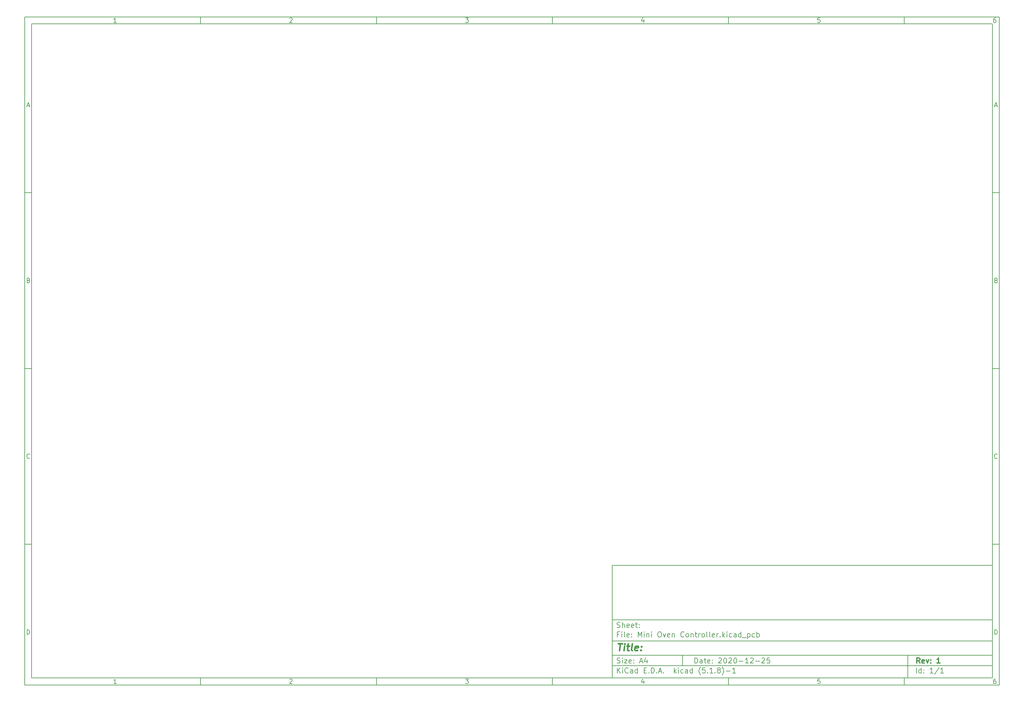
<source format=gbr>
G04 #@! TF.GenerationSoftware,KiCad,Pcbnew,(5.1.8)-1*
G04 #@! TF.CreationDate,2021-02-06T17:47:37+00:00*
G04 #@! TF.ProjectId,Mini Oven Controller,4d696e69-204f-4766-956e-20436f6e7472,1*
G04 #@! TF.SameCoordinates,Original*
G04 #@! TF.FileFunction,Legend,Bot*
G04 #@! TF.FilePolarity,Positive*
%FSLAX46Y46*%
G04 Gerber Fmt 4.6, Leading zero omitted, Abs format (unit mm)*
G04 Created by KiCad (PCBNEW (5.1.8)-1) date 2021-02-06 17:47:37*
%MOMM*%
%LPD*%
G01*
G04 APERTURE LIST*
%ADD10C,0.100000*%
%ADD11C,0.150000*%
%ADD12C,0.300000*%
%ADD13C,0.400000*%
G04 APERTURE END LIST*
D10*
D11*
X177002200Y-166007200D02*
X177002200Y-198007200D01*
X285002200Y-198007200D01*
X285002200Y-166007200D01*
X177002200Y-166007200D01*
D10*
D11*
X10000000Y-10000000D02*
X10000000Y-200007200D01*
X287002200Y-200007200D01*
X287002200Y-10000000D01*
X10000000Y-10000000D01*
D10*
D11*
X12000000Y-12000000D02*
X12000000Y-198007200D01*
X285002200Y-198007200D01*
X285002200Y-12000000D01*
X12000000Y-12000000D01*
D10*
D11*
X60000000Y-12000000D02*
X60000000Y-10000000D01*
D10*
D11*
X110000000Y-12000000D02*
X110000000Y-10000000D01*
D10*
D11*
X160000000Y-12000000D02*
X160000000Y-10000000D01*
D10*
D11*
X210000000Y-12000000D02*
X210000000Y-10000000D01*
D10*
D11*
X260000000Y-12000000D02*
X260000000Y-10000000D01*
D10*
D11*
X36065476Y-11588095D02*
X35322619Y-11588095D01*
X35694047Y-11588095D02*
X35694047Y-10288095D01*
X35570238Y-10473809D01*
X35446428Y-10597619D01*
X35322619Y-10659523D01*
D10*
D11*
X85322619Y-10411904D02*
X85384523Y-10350000D01*
X85508333Y-10288095D01*
X85817857Y-10288095D01*
X85941666Y-10350000D01*
X86003571Y-10411904D01*
X86065476Y-10535714D01*
X86065476Y-10659523D01*
X86003571Y-10845238D01*
X85260714Y-11588095D01*
X86065476Y-11588095D01*
D10*
D11*
X135260714Y-10288095D02*
X136065476Y-10288095D01*
X135632142Y-10783333D01*
X135817857Y-10783333D01*
X135941666Y-10845238D01*
X136003571Y-10907142D01*
X136065476Y-11030952D01*
X136065476Y-11340476D01*
X136003571Y-11464285D01*
X135941666Y-11526190D01*
X135817857Y-11588095D01*
X135446428Y-11588095D01*
X135322619Y-11526190D01*
X135260714Y-11464285D01*
D10*
D11*
X185941666Y-10721428D02*
X185941666Y-11588095D01*
X185632142Y-10226190D02*
X185322619Y-11154761D01*
X186127380Y-11154761D01*
D10*
D11*
X236003571Y-10288095D02*
X235384523Y-10288095D01*
X235322619Y-10907142D01*
X235384523Y-10845238D01*
X235508333Y-10783333D01*
X235817857Y-10783333D01*
X235941666Y-10845238D01*
X236003571Y-10907142D01*
X236065476Y-11030952D01*
X236065476Y-11340476D01*
X236003571Y-11464285D01*
X235941666Y-11526190D01*
X235817857Y-11588095D01*
X235508333Y-11588095D01*
X235384523Y-11526190D01*
X235322619Y-11464285D01*
D10*
D11*
X285941666Y-10288095D02*
X285694047Y-10288095D01*
X285570238Y-10350000D01*
X285508333Y-10411904D01*
X285384523Y-10597619D01*
X285322619Y-10845238D01*
X285322619Y-11340476D01*
X285384523Y-11464285D01*
X285446428Y-11526190D01*
X285570238Y-11588095D01*
X285817857Y-11588095D01*
X285941666Y-11526190D01*
X286003571Y-11464285D01*
X286065476Y-11340476D01*
X286065476Y-11030952D01*
X286003571Y-10907142D01*
X285941666Y-10845238D01*
X285817857Y-10783333D01*
X285570238Y-10783333D01*
X285446428Y-10845238D01*
X285384523Y-10907142D01*
X285322619Y-11030952D01*
D10*
D11*
X60000000Y-198007200D02*
X60000000Y-200007200D01*
D10*
D11*
X110000000Y-198007200D02*
X110000000Y-200007200D01*
D10*
D11*
X160000000Y-198007200D02*
X160000000Y-200007200D01*
D10*
D11*
X210000000Y-198007200D02*
X210000000Y-200007200D01*
D10*
D11*
X260000000Y-198007200D02*
X260000000Y-200007200D01*
D10*
D11*
X36065476Y-199595295D02*
X35322619Y-199595295D01*
X35694047Y-199595295D02*
X35694047Y-198295295D01*
X35570238Y-198481009D01*
X35446428Y-198604819D01*
X35322619Y-198666723D01*
D10*
D11*
X85322619Y-198419104D02*
X85384523Y-198357200D01*
X85508333Y-198295295D01*
X85817857Y-198295295D01*
X85941666Y-198357200D01*
X86003571Y-198419104D01*
X86065476Y-198542914D01*
X86065476Y-198666723D01*
X86003571Y-198852438D01*
X85260714Y-199595295D01*
X86065476Y-199595295D01*
D10*
D11*
X135260714Y-198295295D02*
X136065476Y-198295295D01*
X135632142Y-198790533D01*
X135817857Y-198790533D01*
X135941666Y-198852438D01*
X136003571Y-198914342D01*
X136065476Y-199038152D01*
X136065476Y-199347676D01*
X136003571Y-199471485D01*
X135941666Y-199533390D01*
X135817857Y-199595295D01*
X135446428Y-199595295D01*
X135322619Y-199533390D01*
X135260714Y-199471485D01*
D10*
D11*
X185941666Y-198728628D02*
X185941666Y-199595295D01*
X185632142Y-198233390D02*
X185322619Y-199161961D01*
X186127380Y-199161961D01*
D10*
D11*
X236003571Y-198295295D02*
X235384523Y-198295295D01*
X235322619Y-198914342D01*
X235384523Y-198852438D01*
X235508333Y-198790533D01*
X235817857Y-198790533D01*
X235941666Y-198852438D01*
X236003571Y-198914342D01*
X236065476Y-199038152D01*
X236065476Y-199347676D01*
X236003571Y-199471485D01*
X235941666Y-199533390D01*
X235817857Y-199595295D01*
X235508333Y-199595295D01*
X235384523Y-199533390D01*
X235322619Y-199471485D01*
D10*
D11*
X285941666Y-198295295D02*
X285694047Y-198295295D01*
X285570238Y-198357200D01*
X285508333Y-198419104D01*
X285384523Y-198604819D01*
X285322619Y-198852438D01*
X285322619Y-199347676D01*
X285384523Y-199471485D01*
X285446428Y-199533390D01*
X285570238Y-199595295D01*
X285817857Y-199595295D01*
X285941666Y-199533390D01*
X286003571Y-199471485D01*
X286065476Y-199347676D01*
X286065476Y-199038152D01*
X286003571Y-198914342D01*
X285941666Y-198852438D01*
X285817857Y-198790533D01*
X285570238Y-198790533D01*
X285446428Y-198852438D01*
X285384523Y-198914342D01*
X285322619Y-199038152D01*
D10*
D11*
X10000000Y-60000000D02*
X12000000Y-60000000D01*
D10*
D11*
X10000000Y-110000000D02*
X12000000Y-110000000D01*
D10*
D11*
X10000000Y-160000000D02*
X12000000Y-160000000D01*
D10*
D11*
X10690476Y-35216666D02*
X11309523Y-35216666D01*
X10566666Y-35588095D02*
X11000000Y-34288095D01*
X11433333Y-35588095D01*
D10*
D11*
X11092857Y-84907142D02*
X11278571Y-84969047D01*
X11340476Y-85030952D01*
X11402380Y-85154761D01*
X11402380Y-85340476D01*
X11340476Y-85464285D01*
X11278571Y-85526190D01*
X11154761Y-85588095D01*
X10659523Y-85588095D01*
X10659523Y-84288095D01*
X11092857Y-84288095D01*
X11216666Y-84350000D01*
X11278571Y-84411904D01*
X11340476Y-84535714D01*
X11340476Y-84659523D01*
X11278571Y-84783333D01*
X11216666Y-84845238D01*
X11092857Y-84907142D01*
X10659523Y-84907142D01*
D10*
D11*
X11402380Y-135464285D02*
X11340476Y-135526190D01*
X11154761Y-135588095D01*
X11030952Y-135588095D01*
X10845238Y-135526190D01*
X10721428Y-135402380D01*
X10659523Y-135278571D01*
X10597619Y-135030952D01*
X10597619Y-134845238D01*
X10659523Y-134597619D01*
X10721428Y-134473809D01*
X10845238Y-134350000D01*
X11030952Y-134288095D01*
X11154761Y-134288095D01*
X11340476Y-134350000D01*
X11402380Y-134411904D01*
D10*
D11*
X10659523Y-185588095D02*
X10659523Y-184288095D01*
X10969047Y-184288095D01*
X11154761Y-184350000D01*
X11278571Y-184473809D01*
X11340476Y-184597619D01*
X11402380Y-184845238D01*
X11402380Y-185030952D01*
X11340476Y-185278571D01*
X11278571Y-185402380D01*
X11154761Y-185526190D01*
X10969047Y-185588095D01*
X10659523Y-185588095D01*
D10*
D11*
X287002200Y-60000000D02*
X285002200Y-60000000D01*
D10*
D11*
X287002200Y-110000000D02*
X285002200Y-110000000D01*
D10*
D11*
X287002200Y-160000000D02*
X285002200Y-160000000D01*
D10*
D11*
X285692676Y-35216666D02*
X286311723Y-35216666D01*
X285568866Y-35588095D02*
X286002200Y-34288095D01*
X286435533Y-35588095D01*
D10*
D11*
X286095057Y-84907142D02*
X286280771Y-84969047D01*
X286342676Y-85030952D01*
X286404580Y-85154761D01*
X286404580Y-85340476D01*
X286342676Y-85464285D01*
X286280771Y-85526190D01*
X286156961Y-85588095D01*
X285661723Y-85588095D01*
X285661723Y-84288095D01*
X286095057Y-84288095D01*
X286218866Y-84350000D01*
X286280771Y-84411904D01*
X286342676Y-84535714D01*
X286342676Y-84659523D01*
X286280771Y-84783333D01*
X286218866Y-84845238D01*
X286095057Y-84907142D01*
X285661723Y-84907142D01*
D10*
D11*
X286404580Y-135464285D02*
X286342676Y-135526190D01*
X286156961Y-135588095D01*
X286033152Y-135588095D01*
X285847438Y-135526190D01*
X285723628Y-135402380D01*
X285661723Y-135278571D01*
X285599819Y-135030952D01*
X285599819Y-134845238D01*
X285661723Y-134597619D01*
X285723628Y-134473809D01*
X285847438Y-134350000D01*
X286033152Y-134288095D01*
X286156961Y-134288095D01*
X286342676Y-134350000D01*
X286404580Y-134411904D01*
D10*
D11*
X285661723Y-185588095D02*
X285661723Y-184288095D01*
X285971247Y-184288095D01*
X286156961Y-184350000D01*
X286280771Y-184473809D01*
X286342676Y-184597619D01*
X286404580Y-184845238D01*
X286404580Y-185030952D01*
X286342676Y-185278571D01*
X286280771Y-185402380D01*
X286156961Y-185526190D01*
X285971247Y-185588095D01*
X285661723Y-185588095D01*
D10*
D11*
X200434342Y-193785771D02*
X200434342Y-192285771D01*
X200791485Y-192285771D01*
X201005771Y-192357200D01*
X201148628Y-192500057D01*
X201220057Y-192642914D01*
X201291485Y-192928628D01*
X201291485Y-193142914D01*
X201220057Y-193428628D01*
X201148628Y-193571485D01*
X201005771Y-193714342D01*
X200791485Y-193785771D01*
X200434342Y-193785771D01*
X202577200Y-193785771D02*
X202577200Y-193000057D01*
X202505771Y-192857200D01*
X202362914Y-192785771D01*
X202077200Y-192785771D01*
X201934342Y-192857200D01*
X202577200Y-193714342D02*
X202434342Y-193785771D01*
X202077200Y-193785771D01*
X201934342Y-193714342D01*
X201862914Y-193571485D01*
X201862914Y-193428628D01*
X201934342Y-193285771D01*
X202077200Y-193214342D01*
X202434342Y-193214342D01*
X202577200Y-193142914D01*
X203077200Y-192785771D02*
X203648628Y-192785771D01*
X203291485Y-192285771D02*
X203291485Y-193571485D01*
X203362914Y-193714342D01*
X203505771Y-193785771D01*
X203648628Y-193785771D01*
X204720057Y-193714342D02*
X204577200Y-193785771D01*
X204291485Y-193785771D01*
X204148628Y-193714342D01*
X204077200Y-193571485D01*
X204077200Y-193000057D01*
X204148628Y-192857200D01*
X204291485Y-192785771D01*
X204577200Y-192785771D01*
X204720057Y-192857200D01*
X204791485Y-193000057D01*
X204791485Y-193142914D01*
X204077200Y-193285771D01*
X205434342Y-193642914D02*
X205505771Y-193714342D01*
X205434342Y-193785771D01*
X205362914Y-193714342D01*
X205434342Y-193642914D01*
X205434342Y-193785771D01*
X205434342Y-192857200D02*
X205505771Y-192928628D01*
X205434342Y-193000057D01*
X205362914Y-192928628D01*
X205434342Y-192857200D01*
X205434342Y-193000057D01*
X207220057Y-192428628D02*
X207291485Y-192357200D01*
X207434342Y-192285771D01*
X207791485Y-192285771D01*
X207934342Y-192357200D01*
X208005771Y-192428628D01*
X208077200Y-192571485D01*
X208077200Y-192714342D01*
X208005771Y-192928628D01*
X207148628Y-193785771D01*
X208077200Y-193785771D01*
X209005771Y-192285771D02*
X209148628Y-192285771D01*
X209291485Y-192357200D01*
X209362914Y-192428628D01*
X209434342Y-192571485D01*
X209505771Y-192857200D01*
X209505771Y-193214342D01*
X209434342Y-193500057D01*
X209362914Y-193642914D01*
X209291485Y-193714342D01*
X209148628Y-193785771D01*
X209005771Y-193785771D01*
X208862914Y-193714342D01*
X208791485Y-193642914D01*
X208720057Y-193500057D01*
X208648628Y-193214342D01*
X208648628Y-192857200D01*
X208720057Y-192571485D01*
X208791485Y-192428628D01*
X208862914Y-192357200D01*
X209005771Y-192285771D01*
X210077200Y-192428628D02*
X210148628Y-192357200D01*
X210291485Y-192285771D01*
X210648628Y-192285771D01*
X210791485Y-192357200D01*
X210862914Y-192428628D01*
X210934342Y-192571485D01*
X210934342Y-192714342D01*
X210862914Y-192928628D01*
X210005771Y-193785771D01*
X210934342Y-193785771D01*
X211862914Y-192285771D02*
X212005771Y-192285771D01*
X212148628Y-192357200D01*
X212220057Y-192428628D01*
X212291485Y-192571485D01*
X212362914Y-192857200D01*
X212362914Y-193214342D01*
X212291485Y-193500057D01*
X212220057Y-193642914D01*
X212148628Y-193714342D01*
X212005771Y-193785771D01*
X211862914Y-193785771D01*
X211720057Y-193714342D01*
X211648628Y-193642914D01*
X211577200Y-193500057D01*
X211505771Y-193214342D01*
X211505771Y-192857200D01*
X211577200Y-192571485D01*
X211648628Y-192428628D01*
X211720057Y-192357200D01*
X211862914Y-192285771D01*
X213005771Y-193214342D02*
X214148628Y-193214342D01*
X215648628Y-193785771D02*
X214791485Y-193785771D01*
X215220057Y-193785771D02*
X215220057Y-192285771D01*
X215077200Y-192500057D01*
X214934342Y-192642914D01*
X214791485Y-192714342D01*
X216220057Y-192428628D02*
X216291485Y-192357200D01*
X216434342Y-192285771D01*
X216791485Y-192285771D01*
X216934342Y-192357200D01*
X217005771Y-192428628D01*
X217077200Y-192571485D01*
X217077200Y-192714342D01*
X217005771Y-192928628D01*
X216148628Y-193785771D01*
X217077200Y-193785771D01*
X217720057Y-193214342D02*
X218862914Y-193214342D01*
X219505771Y-192428628D02*
X219577200Y-192357200D01*
X219720057Y-192285771D01*
X220077200Y-192285771D01*
X220220057Y-192357200D01*
X220291485Y-192428628D01*
X220362914Y-192571485D01*
X220362914Y-192714342D01*
X220291485Y-192928628D01*
X219434342Y-193785771D01*
X220362914Y-193785771D01*
X221720057Y-192285771D02*
X221005771Y-192285771D01*
X220934342Y-193000057D01*
X221005771Y-192928628D01*
X221148628Y-192857200D01*
X221505771Y-192857200D01*
X221648628Y-192928628D01*
X221720057Y-193000057D01*
X221791485Y-193142914D01*
X221791485Y-193500057D01*
X221720057Y-193642914D01*
X221648628Y-193714342D01*
X221505771Y-193785771D01*
X221148628Y-193785771D01*
X221005771Y-193714342D01*
X220934342Y-193642914D01*
D10*
D11*
X177002200Y-194507200D02*
X285002200Y-194507200D01*
D10*
D11*
X178434342Y-196585771D02*
X178434342Y-195085771D01*
X179291485Y-196585771D02*
X178648628Y-195728628D01*
X179291485Y-195085771D02*
X178434342Y-195942914D01*
X179934342Y-196585771D02*
X179934342Y-195585771D01*
X179934342Y-195085771D02*
X179862914Y-195157200D01*
X179934342Y-195228628D01*
X180005771Y-195157200D01*
X179934342Y-195085771D01*
X179934342Y-195228628D01*
X181505771Y-196442914D02*
X181434342Y-196514342D01*
X181220057Y-196585771D01*
X181077200Y-196585771D01*
X180862914Y-196514342D01*
X180720057Y-196371485D01*
X180648628Y-196228628D01*
X180577200Y-195942914D01*
X180577200Y-195728628D01*
X180648628Y-195442914D01*
X180720057Y-195300057D01*
X180862914Y-195157200D01*
X181077200Y-195085771D01*
X181220057Y-195085771D01*
X181434342Y-195157200D01*
X181505771Y-195228628D01*
X182791485Y-196585771D02*
X182791485Y-195800057D01*
X182720057Y-195657200D01*
X182577200Y-195585771D01*
X182291485Y-195585771D01*
X182148628Y-195657200D01*
X182791485Y-196514342D02*
X182648628Y-196585771D01*
X182291485Y-196585771D01*
X182148628Y-196514342D01*
X182077200Y-196371485D01*
X182077200Y-196228628D01*
X182148628Y-196085771D01*
X182291485Y-196014342D01*
X182648628Y-196014342D01*
X182791485Y-195942914D01*
X184148628Y-196585771D02*
X184148628Y-195085771D01*
X184148628Y-196514342D02*
X184005771Y-196585771D01*
X183720057Y-196585771D01*
X183577200Y-196514342D01*
X183505771Y-196442914D01*
X183434342Y-196300057D01*
X183434342Y-195871485D01*
X183505771Y-195728628D01*
X183577200Y-195657200D01*
X183720057Y-195585771D01*
X184005771Y-195585771D01*
X184148628Y-195657200D01*
X186005771Y-195800057D02*
X186505771Y-195800057D01*
X186720057Y-196585771D02*
X186005771Y-196585771D01*
X186005771Y-195085771D01*
X186720057Y-195085771D01*
X187362914Y-196442914D02*
X187434342Y-196514342D01*
X187362914Y-196585771D01*
X187291485Y-196514342D01*
X187362914Y-196442914D01*
X187362914Y-196585771D01*
X188077200Y-196585771D02*
X188077200Y-195085771D01*
X188434342Y-195085771D01*
X188648628Y-195157200D01*
X188791485Y-195300057D01*
X188862914Y-195442914D01*
X188934342Y-195728628D01*
X188934342Y-195942914D01*
X188862914Y-196228628D01*
X188791485Y-196371485D01*
X188648628Y-196514342D01*
X188434342Y-196585771D01*
X188077200Y-196585771D01*
X189577200Y-196442914D02*
X189648628Y-196514342D01*
X189577200Y-196585771D01*
X189505771Y-196514342D01*
X189577200Y-196442914D01*
X189577200Y-196585771D01*
X190220057Y-196157200D02*
X190934342Y-196157200D01*
X190077200Y-196585771D02*
X190577200Y-195085771D01*
X191077200Y-196585771D01*
X191577200Y-196442914D02*
X191648628Y-196514342D01*
X191577200Y-196585771D01*
X191505771Y-196514342D01*
X191577200Y-196442914D01*
X191577200Y-196585771D01*
X194577200Y-196585771D02*
X194577200Y-195085771D01*
X194720057Y-196014342D02*
X195148628Y-196585771D01*
X195148628Y-195585771D02*
X194577200Y-196157200D01*
X195791485Y-196585771D02*
X195791485Y-195585771D01*
X195791485Y-195085771D02*
X195720057Y-195157200D01*
X195791485Y-195228628D01*
X195862914Y-195157200D01*
X195791485Y-195085771D01*
X195791485Y-195228628D01*
X197148628Y-196514342D02*
X197005771Y-196585771D01*
X196720057Y-196585771D01*
X196577200Y-196514342D01*
X196505771Y-196442914D01*
X196434342Y-196300057D01*
X196434342Y-195871485D01*
X196505771Y-195728628D01*
X196577200Y-195657200D01*
X196720057Y-195585771D01*
X197005771Y-195585771D01*
X197148628Y-195657200D01*
X198434342Y-196585771D02*
X198434342Y-195800057D01*
X198362914Y-195657200D01*
X198220057Y-195585771D01*
X197934342Y-195585771D01*
X197791485Y-195657200D01*
X198434342Y-196514342D02*
X198291485Y-196585771D01*
X197934342Y-196585771D01*
X197791485Y-196514342D01*
X197720057Y-196371485D01*
X197720057Y-196228628D01*
X197791485Y-196085771D01*
X197934342Y-196014342D01*
X198291485Y-196014342D01*
X198434342Y-195942914D01*
X199791485Y-196585771D02*
X199791485Y-195085771D01*
X199791485Y-196514342D02*
X199648628Y-196585771D01*
X199362914Y-196585771D01*
X199220057Y-196514342D01*
X199148628Y-196442914D01*
X199077200Y-196300057D01*
X199077200Y-195871485D01*
X199148628Y-195728628D01*
X199220057Y-195657200D01*
X199362914Y-195585771D01*
X199648628Y-195585771D01*
X199791485Y-195657200D01*
X202077200Y-197157200D02*
X202005771Y-197085771D01*
X201862914Y-196871485D01*
X201791485Y-196728628D01*
X201720057Y-196514342D01*
X201648628Y-196157200D01*
X201648628Y-195871485D01*
X201720057Y-195514342D01*
X201791485Y-195300057D01*
X201862914Y-195157200D01*
X202005771Y-194942914D01*
X202077200Y-194871485D01*
X203362914Y-195085771D02*
X202648628Y-195085771D01*
X202577200Y-195800057D01*
X202648628Y-195728628D01*
X202791485Y-195657200D01*
X203148628Y-195657200D01*
X203291485Y-195728628D01*
X203362914Y-195800057D01*
X203434342Y-195942914D01*
X203434342Y-196300057D01*
X203362914Y-196442914D01*
X203291485Y-196514342D01*
X203148628Y-196585771D01*
X202791485Y-196585771D01*
X202648628Y-196514342D01*
X202577200Y-196442914D01*
X204077200Y-196442914D02*
X204148628Y-196514342D01*
X204077200Y-196585771D01*
X204005771Y-196514342D01*
X204077200Y-196442914D01*
X204077200Y-196585771D01*
X205577200Y-196585771D02*
X204720057Y-196585771D01*
X205148628Y-196585771D02*
X205148628Y-195085771D01*
X205005771Y-195300057D01*
X204862914Y-195442914D01*
X204720057Y-195514342D01*
X206220057Y-196442914D02*
X206291485Y-196514342D01*
X206220057Y-196585771D01*
X206148628Y-196514342D01*
X206220057Y-196442914D01*
X206220057Y-196585771D01*
X207148628Y-195728628D02*
X207005771Y-195657200D01*
X206934342Y-195585771D01*
X206862914Y-195442914D01*
X206862914Y-195371485D01*
X206934342Y-195228628D01*
X207005771Y-195157200D01*
X207148628Y-195085771D01*
X207434342Y-195085771D01*
X207577200Y-195157200D01*
X207648628Y-195228628D01*
X207720057Y-195371485D01*
X207720057Y-195442914D01*
X207648628Y-195585771D01*
X207577200Y-195657200D01*
X207434342Y-195728628D01*
X207148628Y-195728628D01*
X207005771Y-195800057D01*
X206934342Y-195871485D01*
X206862914Y-196014342D01*
X206862914Y-196300057D01*
X206934342Y-196442914D01*
X207005771Y-196514342D01*
X207148628Y-196585771D01*
X207434342Y-196585771D01*
X207577200Y-196514342D01*
X207648628Y-196442914D01*
X207720057Y-196300057D01*
X207720057Y-196014342D01*
X207648628Y-195871485D01*
X207577200Y-195800057D01*
X207434342Y-195728628D01*
X208220057Y-197157200D02*
X208291485Y-197085771D01*
X208434342Y-196871485D01*
X208505771Y-196728628D01*
X208577200Y-196514342D01*
X208648628Y-196157200D01*
X208648628Y-195871485D01*
X208577200Y-195514342D01*
X208505771Y-195300057D01*
X208434342Y-195157200D01*
X208291485Y-194942914D01*
X208220057Y-194871485D01*
X209362914Y-196014342D02*
X210505771Y-196014342D01*
X212005771Y-196585771D02*
X211148628Y-196585771D01*
X211577200Y-196585771D02*
X211577200Y-195085771D01*
X211434342Y-195300057D01*
X211291485Y-195442914D01*
X211148628Y-195514342D01*
D10*
D11*
X177002200Y-191507200D02*
X285002200Y-191507200D01*
D10*
D12*
X264411485Y-193785771D02*
X263911485Y-193071485D01*
X263554342Y-193785771D02*
X263554342Y-192285771D01*
X264125771Y-192285771D01*
X264268628Y-192357200D01*
X264340057Y-192428628D01*
X264411485Y-192571485D01*
X264411485Y-192785771D01*
X264340057Y-192928628D01*
X264268628Y-193000057D01*
X264125771Y-193071485D01*
X263554342Y-193071485D01*
X265625771Y-193714342D02*
X265482914Y-193785771D01*
X265197200Y-193785771D01*
X265054342Y-193714342D01*
X264982914Y-193571485D01*
X264982914Y-193000057D01*
X265054342Y-192857200D01*
X265197200Y-192785771D01*
X265482914Y-192785771D01*
X265625771Y-192857200D01*
X265697200Y-193000057D01*
X265697200Y-193142914D01*
X264982914Y-193285771D01*
X266197200Y-192785771D02*
X266554342Y-193785771D01*
X266911485Y-192785771D01*
X267482914Y-193642914D02*
X267554342Y-193714342D01*
X267482914Y-193785771D01*
X267411485Y-193714342D01*
X267482914Y-193642914D01*
X267482914Y-193785771D01*
X267482914Y-192857200D02*
X267554342Y-192928628D01*
X267482914Y-193000057D01*
X267411485Y-192928628D01*
X267482914Y-192857200D01*
X267482914Y-193000057D01*
X270125771Y-193785771D02*
X269268628Y-193785771D01*
X269697200Y-193785771D02*
X269697200Y-192285771D01*
X269554342Y-192500057D01*
X269411485Y-192642914D01*
X269268628Y-192714342D01*
D10*
D11*
X178362914Y-193714342D02*
X178577200Y-193785771D01*
X178934342Y-193785771D01*
X179077200Y-193714342D01*
X179148628Y-193642914D01*
X179220057Y-193500057D01*
X179220057Y-193357200D01*
X179148628Y-193214342D01*
X179077200Y-193142914D01*
X178934342Y-193071485D01*
X178648628Y-193000057D01*
X178505771Y-192928628D01*
X178434342Y-192857200D01*
X178362914Y-192714342D01*
X178362914Y-192571485D01*
X178434342Y-192428628D01*
X178505771Y-192357200D01*
X178648628Y-192285771D01*
X179005771Y-192285771D01*
X179220057Y-192357200D01*
X179862914Y-193785771D02*
X179862914Y-192785771D01*
X179862914Y-192285771D02*
X179791485Y-192357200D01*
X179862914Y-192428628D01*
X179934342Y-192357200D01*
X179862914Y-192285771D01*
X179862914Y-192428628D01*
X180434342Y-192785771D02*
X181220057Y-192785771D01*
X180434342Y-193785771D01*
X181220057Y-193785771D01*
X182362914Y-193714342D02*
X182220057Y-193785771D01*
X181934342Y-193785771D01*
X181791485Y-193714342D01*
X181720057Y-193571485D01*
X181720057Y-193000057D01*
X181791485Y-192857200D01*
X181934342Y-192785771D01*
X182220057Y-192785771D01*
X182362914Y-192857200D01*
X182434342Y-193000057D01*
X182434342Y-193142914D01*
X181720057Y-193285771D01*
X183077200Y-193642914D02*
X183148628Y-193714342D01*
X183077200Y-193785771D01*
X183005771Y-193714342D01*
X183077200Y-193642914D01*
X183077200Y-193785771D01*
X183077200Y-192857200D02*
X183148628Y-192928628D01*
X183077200Y-193000057D01*
X183005771Y-192928628D01*
X183077200Y-192857200D01*
X183077200Y-193000057D01*
X184862914Y-193357200D02*
X185577200Y-193357200D01*
X184720057Y-193785771D02*
X185220057Y-192285771D01*
X185720057Y-193785771D01*
X186862914Y-192785771D02*
X186862914Y-193785771D01*
X186505771Y-192214342D02*
X186148628Y-193285771D01*
X187077200Y-193285771D01*
D10*
D11*
X263434342Y-196585771D02*
X263434342Y-195085771D01*
X264791485Y-196585771D02*
X264791485Y-195085771D01*
X264791485Y-196514342D02*
X264648628Y-196585771D01*
X264362914Y-196585771D01*
X264220057Y-196514342D01*
X264148628Y-196442914D01*
X264077200Y-196300057D01*
X264077200Y-195871485D01*
X264148628Y-195728628D01*
X264220057Y-195657200D01*
X264362914Y-195585771D01*
X264648628Y-195585771D01*
X264791485Y-195657200D01*
X265505771Y-196442914D02*
X265577200Y-196514342D01*
X265505771Y-196585771D01*
X265434342Y-196514342D01*
X265505771Y-196442914D01*
X265505771Y-196585771D01*
X265505771Y-195657200D02*
X265577200Y-195728628D01*
X265505771Y-195800057D01*
X265434342Y-195728628D01*
X265505771Y-195657200D01*
X265505771Y-195800057D01*
X268148628Y-196585771D02*
X267291485Y-196585771D01*
X267720057Y-196585771D02*
X267720057Y-195085771D01*
X267577200Y-195300057D01*
X267434342Y-195442914D01*
X267291485Y-195514342D01*
X269862914Y-195014342D02*
X268577200Y-196942914D01*
X271148628Y-196585771D02*
X270291485Y-196585771D01*
X270720057Y-196585771D02*
X270720057Y-195085771D01*
X270577200Y-195300057D01*
X270434342Y-195442914D01*
X270291485Y-195514342D01*
D10*
D11*
X177002200Y-187507200D02*
X285002200Y-187507200D01*
D10*
D13*
X178714580Y-188211961D02*
X179857438Y-188211961D01*
X179036009Y-190211961D02*
X179286009Y-188211961D01*
X180274104Y-190211961D02*
X180440771Y-188878628D01*
X180524104Y-188211961D02*
X180416961Y-188307200D01*
X180500295Y-188402438D01*
X180607438Y-188307200D01*
X180524104Y-188211961D01*
X180500295Y-188402438D01*
X181107438Y-188878628D02*
X181869342Y-188878628D01*
X181476485Y-188211961D02*
X181262200Y-189926247D01*
X181333628Y-190116723D01*
X181512200Y-190211961D01*
X181702676Y-190211961D01*
X182655057Y-190211961D02*
X182476485Y-190116723D01*
X182405057Y-189926247D01*
X182619342Y-188211961D01*
X184190771Y-190116723D02*
X183988390Y-190211961D01*
X183607438Y-190211961D01*
X183428866Y-190116723D01*
X183357438Y-189926247D01*
X183452676Y-189164342D01*
X183571723Y-188973866D01*
X183774104Y-188878628D01*
X184155057Y-188878628D01*
X184333628Y-188973866D01*
X184405057Y-189164342D01*
X184381247Y-189354819D01*
X183405057Y-189545295D01*
X185155057Y-190021485D02*
X185238390Y-190116723D01*
X185131247Y-190211961D01*
X185047914Y-190116723D01*
X185155057Y-190021485D01*
X185131247Y-190211961D01*
X185286009Y-188973866D02*
X185369342Y-189069104D01*
X185262200Y-189164342D01*
X185178866Y-189069104D01*
X185286009Y-188973866D01*
X185262200Y-189164342D01*
D10*
D11*
X178934342Y-185600057D02*
X178434342Y-185600057D01*
X178434342Y-186385771D02*
X178434342Y-184885771D01*
X179148628Y-184885771D01*
X179720057Y-186385771D02*
X179720057Y-185385771D01*
X179720057Y-184885771D02*
X179648628Y-184957200D01*
X179720057Y-185028628D01*
X179791485Y-184957200D01*
X179720057Y-184885771D01*
X179720057Y-185028628D01*
X180648628Y-186385771D02*
X180505771Y-186314342D01*
X180434342Y-186171485D01*
X180434342Y-184885771D01*
X181791485Y-186314342D02*
X181648628Y-186385771D01*
X181362914Y-186385771D01*
X181220057Y-186314342D01*
X181148628Y-186171485D01*
X181148628Y-185600057D01*
X181220057Y-185457200D01*
X181362914Y-185385771D01*
X181648628Y-185385771D01*
X181791485Y-185457200D01*
X181862914Y-185600057D01*
X181862914Y-185742914D01*
X181148628Y-185885771D01*
X182505771Y-186242914D02*
X182577200Y-186314342D01*
X182505771Y-186385771D01*
X182434342Y-186314342D01*
X182505771Y-186242914D01*
X182505771Y-186385771D01*
X182505771Y-185457200D02*
X182577200Y-185528628D01*
X182505771Y-185600057D01*
X182434342Y-185528628D01*
X182505771Y-185457200D01*
X182505771Y-185600057D01*
X184362914Y-186385771D02*
X184362914Y-184885771D01*
X184862914Y-185957200D01*
X185362914Y-184885771D01*
X185362914Y-186385771D01*
X186077200Y-186385771D02*
X186077200Y-185385771D01*
X186077200Y-184885771D02*
X186005771Y-184957200D01*
X186077200Y-185028628D01*
X186148628Y-184957200D01*
X186077200Y-184885771D01*
X186077200Y-185028628D01*
X186791485Y-185385771D02*
X186791485Y-186385771D01*
X186791485Y-185528628D02*
X186862914Y-185457200D01*
X187005771Y-185385771D01*
X187220057Y-185385771D01*
X187362914Y-185457200D01*
X187434342Y-185600057D01*
X187434342Y-186385771D01*
X188148628Y-186385771D02*
X188148628Y-185385771D01*
X188148628Y-184885771D02*
X188077200Y-184957200D01*
X188148628Y-185028628D01*
X188220057Y-184957200D01*
X188148628Y-184885771D01*
X188148628Y-185028628D01*
X190291485Y-184885771D02*
X190577200Y-184885771D01*
X190720057Y-184957200D01*
X190862914Y-185100057D01*
X190934342Y-185385771D01*
X190934342Y-185885771D01*
X190862914Y-186171485D01*
X190720057Y-186314342D01*
X190577200Y-186385771D01*
X190291485Y-186385771D01*
X190148628Y-186314342D01*
X190005771Y-186171485D01*
X189934342Y-185885771D01*
X189934342Y-185385771D01*
X190005771Y-185100057D01*
X190148628Y-184957200D01*
X190291485Y-184885771D01*
X191434342Y-185385771D02*
X191791485Y-186385771D01*
X192148628Y-185385771D01*
X193291485Y-186314342D02*
X193148628Y-186385771D01*
X192862914Y-186385771D01*
X192720057Y-186314342D01*
X192648628Y-186171485D01*
X192648628Y-185600057D01*
X192720057Y-185457200D01*
X192862914Y-185385771D01*
X193148628Y-185385771D01*
X193291485Y-185457200D01*
X193362914Y-185600057D01*
X193362914Y-185742914D01*
X192648628Y-185885771D01*
X194005771Y-185385771D02*
X194005771Y-186385771D01*
X194005771Y-185528628D02*
X194077200Y-185457200D01*
X194220057Y-185385771D01*
X194434342Y-185385771D01*
X194577200Y-185457200D01*
X194648628Y-185600057D01*
X194648628Y-186385771D01*
X197362914Y-186242914D02*
X197291485Y-186314342D01*
X197077200Y-186385771D01*
X196934342Y-186385771D01*
X196720057Y-186314342D01*
X196577200Y-186171485D01*
X196505771Y-186028628D01*
X196434342Y-185742914D01*
X196434342Y-185528628D01*
X196505771Y-185242914D01*
X196577200Y-185100057D01*
X196720057Y-184957200D01*
X196934342Y-184885771D01*
X197077200Y-184885771D01*
X197291485Y-184957200D01*
X197362914Y-185028628D01*
X198220057Y-186385771D02*
X198077200Y-186314342D01*
X198005771Y-186242914D01*
X197934342Y-186100057D01*
X197934342Y-185671485D01*
X198005771Y-185528628D01*
X198077200Y-185457200D01*
X198220057Y-185385771D01*
X198434342Y-185385771D01*
X198577200Y-185457200D01*
X198648628Y-185528628D01*
X198720057Y-185671485D01*
X198720057Y-186100057D01*
X198648628Y-186242914D01*
X198577200Y-186314342D01*
X198434342Y-186385771D01*
X198220057Y-186385771D01*
X199362914Y-185385771D02*
X199362914Y-186385771D01*
X199362914Y-185528628D02*
X199434342Y-185457200D01*
X199577200Y-185385771D01*
X199791485Y-185385771D01*
X199934342Y-185457200D01*
X200005771Y-185600057D01*
X200005771Y-186385771D01*
X200505771Y-185385771D02*
X201077200Y-185385771D01*
X200720057Y-184885771D02*
X200720057Y-186171485D01*
X200791485Y-186314342D01*
X200934342Y-186385771D01*
X201077200Y-186385771D01*
X201577200Y-186385771D02*
X201577200Y-185385771D01*
X201577200Y-185671485D02*
X201648628Y-185528628D01*
X201720057Y-185457200D01*
X201862914Y-185385771D01*
X202005771Y-185385771D01*
X202720057Y-186385771D02*
X202577200Y-186314342D01*
X202505771Y-186242914D01*
X202434342Y-186100057D01*
X202434342Y-185671485D01*
X202505771Y-185528628D01*
X202577200Y-185457200D01*
X202720057Y-185385771D01*
X202934342Y-185385771D01*
X203077200Y-185457200D01*
X203148628Y-185528628D01*
X203220057Y-185671485D01*
X203220057Y-186100057D01*
X203148628Y-186242914D01*
X203077200Y-186314342D01*
X202934342Y-186385771D01*
X202720057Y-186385771D01*
X204077200Y-186385771D02*
X203934342Y-186314342D01*
X203862914Y-186171485D01*
X203862914Y-184885771D01*
X204862914Y-186385771D02*
X204720057Y-186314342D01*
X204648628Y-186171485D01*
X204648628Y-184885771D01*
X206005771Y-186314342D02*
X205862914Y-186385771D01*
X205577200Y-186385771D01*
X205434342Y-186314342D01*
X205362914Y-186171485D01*
X205362914Y-185600057D01*
X205434342Y-185457200D01*
X205577200Y-185385771D01*
X205862914Y-185385771D01*
X206005771Y-185457200D01*
X206077200Y-185600057D01*
X206077200Y-185742914D01*
X205362914Y-185885771D01*
X206720057Y-186385771D02*
X206720057Y-185385771D01*
X206720057Y-185671485D02*
X206791485Y-185528628D01*
X206862914Y-185457200D01*
X207005771Y-185385771D01*
X207148628Y-185385771D01*
X207648628Y-186242914D02*
X207720057Y-186314342D01*
X207648628Y-186385771D01*
X207577200Y-186314342D01*
X207648628Y-186242914D01*
X207648628Y-186385771D01*
X208362914Y-186385771D02*
X208362914Y-184885771D01*
X208505771Y-185814342D02*
X208934342Y-186385771D01*
X208934342Y-185385771D02*
X208362914Y-185957200D01*
X209577200Y-186385771D02*
X209577200Y-185385771D01*
X209577200Y-184885771D02*
X209505771Y-184957200D01*
X209577200Y-185028628D01*
X209648628Y-184957200D01*
X209577200Y-184885771D01*
X209577200Y-185028628D01*
X210934342Y-186314342D02*
X210791485Y-186385771D01*
X210505771Y-186385771D01*
X210362914Y-186314342D01*
X210291485Y-186242914D01*
X210220057Y-186100057D01*
X210220057Y-185671485D01*
X210291485Y-185528628D01*
X210362914Y-185457200D01*
X210505771Y-185385771D01*
X210791485Y-185385771D01*
X210934342Y-185457200D01*
X212220057Y-186385771D02*
X212220057Y-185600057D01*
X212148628Y-185457200D01*
X212005771Y-185385771D01*
X211720057Y-185385771D01*
X211577200Y-185457200D01*
X212220057Y-186314342D02*
X212077200Y-186385771D01*
X211720057Y-186385771D01*
X211577200Y-186314342D01*
X211505771Y-186171485D01*
X211505771Y-186028628D01*
X211577200Y-185885771D01*
X211720057Y-185814342D01*
X212077200Y-185814342D01*
X212220057Y-185742914D01*
X213577200Y-186385771D02*
X213577200Y-184885771D01*
X213577200Y-186314342D02*
X213434342Y-186385771D01*
X213148628Y-186385771D01*
X213005771Y-186314342D01*
X212934342Y-186242914D01*
X212862914Y-186100057D01*
X212862914Y-185671485D01*
X212934342Y-185528628D01*
X213005771Y-185457200D01*
X213148628Y-185385771D01*
X213434342Y-185385771D01*
X213577200Y-185457200D01*
X213934342Y-186528628D02*
X215077200Y-186528628D01*
X215434342Y-185385771D02*
X215434342Y-186885771D01*
X215434342Y-185457200D02*
X215577200Y-185385771D01*
X215862914Y-185385771D01*
X216005771Y-185457200D01*
X216077200Y-185528628D01*
X216148628Y-185671485D01*
X216148628Y-186100057D01*
X216077200Y-186242914D01*
X216005771Y-186314342D01*
X215862914Y-186385771D01*
X215577200Y-186385771D01*
X215434342Y-186314342D01*
X217434342Y-186314342D02*
X217291485Y-186385771D01*
X217005771Y-186385771D01*
X216862914Y-186314342D01*
X216791485Y-186242914D01*
X216720057Y-186100057D01*
X216720057Y-185671485D01*
X216791485Y-185528628D01*
X216862914Y-185457200D01*
X217005771Y-185385771D01*
X217291485Y-185385771D01*
X217434342Y-185457200D01*
X218077200Y-186385771D02*
X218077200Y-184885771D01*
X218077200Y-185457200D02*
X218220057Y-185385771D01*
X218505771Y-185385771D01*
X218648628Y-185457200D01*
X218720057Y-185528628D01*
X218791485Y-185671485D01*
X218791485Y-186100057D01*
X218720057Y-186242914D01*
X218648628Y-186314342D01*
X218505771Y-186385771D01*
X218220057Y-186385771D01*
X218077200Y-186314342D01*
D10*
D11*
X177002200Y-181507200D02*
X285002200Y-181507200D01*
D10*
D11*
X178362914Y-183614342D02*
X178577200Y-183685771D01*
X178934342Y-183685771D01*
X179077200Y-183614342D01*
X179148628Y-183542914D01*
X179220057Y-183400057D01*
X179220057Y-183257200D01*
X179148628Y-183114342D01*
X179077200Y-183042914D01*
X178934342Y-182971485D01*
X178648628Y-182900057D01*
X178505771Y-182828628D01*
X178434342Y-182757200D01*
X178362914Y-182614342D01*
X178362914Y-182471485D01*
X178434342Y-182328628D01*
X178505771Y-182257200D01*
X178648628Y-182185771D01*
X179005771Y-182185771D01*
X179220057Y-182257200D01*
X179862914Y-183685771D02*
X179862914Y-182185771D01*
X180505771Y-183685771D02*
X180505771Y-182900057D01*
X180434342Y-182757200D01*
X180291485Y-182685771D01*
X180077200Y-182685771D01*
X179934342Y-182757200D01*
X179862914Y-182828628D01*
X181791485Y-183614342D02*
X181648628Y-183685771D01*
X181362914Y-183685771D01*
X181220057Y-183614342D01*
X181148628Y-183471485D01*
X181148628Y-182900057D01*
X181220057Y-182757200D01*
X181362914Y-182685771D01*
X181648628Y-182685771D01*
X181791485Y-182757200D01*
X181862914Y-182900057D01*
X181862914Y-183042914D01*
X181148628Y-183185771D01*
X183077200Y-183614342D02*
X182934342Y-183685771D01*
X182648628Y-183685771D01*
X182505771Y-183614342D01*
X182434342Y-183471485D01*
X182434342Y-182900057D01*
X182505771Y-182757200D01*
X182648628Y-182685771D01*
X182934342Y-182685771D01*
X183077200Y-182757200D01*
X183148628Y-182900057D01*
X183148628Y-183042914D01*
X182434342Y-183185771D01*
X183577200Y-182685771D02*
X184148628Y-182685771D01*
X183791485Y-182185771D02*
X183791485Y-183471485D01*
X183862914Y-183614342D01*
X184005771Y-183685771D01*
X184148628Y-183685771D01*
X184648628Y-183542914D02*
X184720057Y-183614342D01*
X184648628Y-183685771D01*
X184577200Y-183614342D01*
X184648628Y-183542914D01*
X184648628Y-183685771D01*
X184648628Y-182757200D02*
X184720057Y-182828628D01*
X184648628Y-182900057D01*
X184577200Y-182828628D01*
X184648628Y-182757200D01*
X184648628Y-182900057D01*
D10*
D11*
X197002200Y-191507200D02*
X197002200Y-194507200D01*
D10*
D11*
X261002200Y-191507200D02*
X261002200Y-198007200D01*
M02*

</source>
